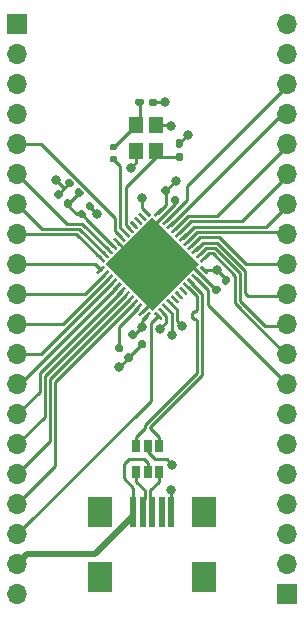
<source format=gbr>
%TF.GenerationSoftware,KiCad,Pcbnew,5.1.9-73d0e3b20d~88~ubuntu20.04.1*%
%TF.CreationDate,2021-04-21T23:40:33-06:00*%
%TF.ProjectId,STM32F411CE,53544d33-3246-4343-9131-43452e6b6963,rev?*%
%TF.SameCoordinates,Original*%
%TF.FileFunction,Copper,L1,Top*%
%TF.FilePolarity,Positive*%
%FSLAX46Y46*%
G04 Gerber Fmt 4.6, Leading zero omitted, Abs format (unit mm)*
G04 Created by KiCad (PCBNEW 5.1.9-73d0e3b20d~88~ubuntu20.04.1) date 2021-04-21 23:40:33*
%MOMM*%
%LPD*%
G01*
G04 APERTURE LIST*
%TA.AperFunction,ComponentPad*%
%ADD10O,1.700000X1.700000*%
%TD*%
%TA.AperFunction,ComponentPad*%
%ADD11R,1.700000X1.700000*%
%TD*%
%TA.AperFunction,SMDPad,CuDef*%
%ADD12R,1.200000X1.400000*%
%TD*%
%TA.AperFunction,SMDPad,CuDef*%
%ADD13C,0.100000*%
%TD*%
%TA.AperFunction,SMDPad,CuDef*%
%ADD14R,0.650000X1.060000*%
%TD*%
%TA.AperFunction,SMDPad,CuDef*%
%ADD15R,0.500000X2.500000*%
%TD*%
%TA.AperFunction,SMDPad,CuDef*%
%ADD16R,2.000000X2.500000*%
%TD*%
%TA.AperFunction,ViaPad*%
%ADD17C,0.800000*%
%TD*%
%TA.AperFunction,Conductor*%
%ADD18C,0.250000*%
%TD*%
%TA.AperFunction,Conductor*%
%ADD19C,0.261112*%
%TD*%
%TA.AperFunction,Conductor*%
%ADD20C,0.500000*%
%TD*%
G04 APERTURE END LIST*
D10*
%TO.P,J3,20*%
%TO.N,GND*%
X36626800Y-13766800D03*
%TO.P,J3,19*%
X36626800Y-16306800D03*
%TO.P,J3,18*%
%TO.N,PB9*%
X36626800Y-18846800D03*
%TO.P,J3,17*%
%TO.N,PB8*%
X36626800Y-21386800D03*
%TO.P,J3,16*%
%TO.N,BOOT0*%
X36626800Y-23926800D03*
%TO.P,J3,15*%
%TO.N,PB7*%
X36626800Y-26466800D03*
%TO.P,J3,14*%
%TO.N,PB6*%
X36626800Y-29006800D03*
%TO.P,J3,13*%
%TO.N,PB5*%
X36626800Y-31546800D03*
%TO.P,J3,12*%
%TO.N,PB4*%
X36626800Y-34086800D03*
%TO.P,J3,11*%
%TO.N,SWO*%
X36626800Y-36626800D03*
%TO.P,J3,10*%
%TO.N,PA15*%
X36626800Y-39166800D03*
%TO.P,J3,9*%
%TO.N,SWDCLK*%
X36626800Y-41706800D03*
%TO.P,J3,8*%
%TO.N,SWDIO*%
X36626800Y-44246800D03*
%TO.P,J3,7*%
%TO.N,N/C*%
X36626800Y-46786800D03*
%TO.P,J3,6*%
X36626800Y-49326800D03*
%TO.P,J3,5*%
X36626800Y-51866800D03*
%TO.P,J3,4*%
%TO.N,PB15*%
X36626800Y-54406800D03*
%TO.P,J3,3*%
%TO.N,PB14*%
X36626800Y-56946800D03*
%TO.P,J3,2*%
%TO.N,PB13*%
X36626800Y-59486800D03*
D11*
%TO.P,J3,1*%
%TO.N,GND*%
X36626800Y-62026800D03*
%TD*%
D10*
%TO.P,J2,20*%
%TO.N,GND*%
X13766800Y-62026800D03*
%TO.P,J2,19*%
%TO.N,+5V*%
X13766800Y-59486800D03*
%TO.P,J2,18*%
%TO.N,PB12*%
X13766800Y-56946800D03*
%TO.P,J2,17*%
%TO.N,PB10*%
X13766800Y-54406800D03*
%TO.P,J2,16*%
%TO.N,PB2*%
X13766800Y-51866800D03*
%TO.P,J2,15*%
%TO.N,PB1*%
X13766800Y-49326800D03*
%TO.P,J2,14*%
%TO.N,PBO*%
X13766800Y-46786800D03*
%TO.P,J2,13*%
%TO.N,PA7*%
X13766800Y-44246800D03*
%TO.P,J2,12*%
%TO.N,PA6*%
X13766800Y-41706800D03*
%TO.P,J2,11*%
%TO.N,PA5*%
X13766800Y-39166800D03*
%TO.P,J2,10*%
%TO.N,PA4*%
X13766800Y-36626800D03*
%TO.P,J2,9*%
%TO.N,PA3*%
X13766800Y-34086800D03*
%TO.P,J2,8*%
%TO.N,PA2*%
X13766800Y-31546800D03*
%TO.P,J2,7*%
%TO.N,PA1*%
X13766800Y-29006800D03*
%TO.P,J2,6*%
%TO.N,PA0*%
X13766800Y-26466800D03*
%TO.P,J2,5*%
%TO.N,~RST*%
X13766800Y-23926800D03*
%TO.P,J2,4*%
%TO.N,+3V3*%
X13766800Y-21386800D03*
%TO.P,J2,3*%
%TO.N,N/C*%
X13766800Y-18846800D03*
%TO.P,J2,2*%
X13766800Y-16306800D03*
D11*
%TO.P,J2,1*%
%TO.N,+BATT*%
X13766800Y-13766800D03*
%TD*%
%TO.P,L1,2*%
%TO.N,+3.3VA*%
%TA.AperFunction,SMDPad,CuDef*%
G36*
G01*
X19301673Y-29539875D02*
X19545625Y-29783827D01*
G75*
G02*
X19545625Y-29992423I-104298J-104298D01*
G01*
X19337029Y-30201019D01*
G75*
G02*
X19128433Y-30201019I-104298J104298D01*
G01*
X18884481Y-29957067D01*
G75*
G02*
X18884481Y-29748471I104298J104298D01*
G01*
X19093077Y-29539875D01*
G75*
G02*
X19301673Y-29539875I104298J-104298D01*
G01*
G37*
%TD.AperFunction*%
%TO.P,L1,1*%
%TO.N,+3V3*%
%TA.AperFunction,SMDPad,CuDef*%
G36*
G01*
X19987567Y-28853981D02*
X20231519Y-29097933D01*
G75*
G02*
X20231519Y-29306529I-104298J-104298D01*
G01*
X20022923Y-29515125D01*
G75*
G02*
X19814327Y-29515125I-104298J104298D01*
G01*
X19570375Y-29271173D01*
G75*
G02*
X19570375Y-29062577I104298J104298D01*
G01*
X19778971Y-28853981D01*
G75*
G02*
X19987567Y-28853981I104298J-104298D01*
G01*
G37*
%TD.AperFunction*%
%TD*%
%TO.P,C2,2*%
%TO.N,+3.3VA*%
%TA.AperFunction,SMDPad,CuDef*%
G36*
G01*
X18637319Y-27873522D02*
X18856522Y-27654319D01*
G75*
G02*
X19075726Y-27654319I109602J-109602D01*
G01*
X19376247Y-27954840D01*
G75*
G02*
X19376247Y-28174044I-109602J-109602D01*
G01*
X19157044Y-28393247D01*
G75*
G02*
X18937840Y-28393247I-109602J109602D01*
G01*
X18637319Y-28092726D01*
G75*
G02*
X18637319Y-27873522I109602J109602D01*
G01*
G37*
%TD.AperFunction*%
%TO.P,C2,1*%
%TO.N,GND*%
%TA.AperFunction,SMDPad,CuDef*%
G36*
G01*
X17834753Y-27070956D02*
X18053956Y-26851753D01*
G75*
G02*
X18273160Y-26851753I109602J-109602D01*
G01*
X18573681Y-27152274D01*
G75*
G02*
X18573681Y-27371478I-109602J-109602D01*
G01*
X18354478Y-27590681D01*
G75*
G02*
X18135274Y-27590681I-109602J109602D01*
G01*
X17834753Y-27290160D01*
G75*
G02*
X17834753Y-27070956I109602J109602D01*
G01*
G37*
%TD.AperFunction*%
%TD*%
%TO.P,C1,2*%
%TO.N,+3.3VA*%
%TA.AperFunction,SMDPad,CuDef*%
G36*
G01*
X17679702Y-28820905D02*
X17898905Y-28601702D01*
G75*
G02*
X18118109Y-28601702I109602J-109602D01*
G01*
X18418630Y-28902223D01*
G75*
G02*
X18418630Y-29121427I-109602J-109602D01*
G01*
X18199427Y-29340630D01*
G75*
G02*
X17980223Y-29340630I-109602J109602D01*
G01*
X17679702Y-29040109D01*
G75*
G02*
X17679702Y-28820905I109602J109602D01*
G01*
G37*
%TD.AperFunction*%
%TO.P,C1,1*%
%TO.N,GND*%
%TA.AperFunction,SMDPad,CuDef*%
G36*
G01*
X16877136Y-28018339D02*
X17096339Y-27799136D01*
G75*
G02*
X17315543Y-27799136I109602J-109602D01*
G01*
X17616064Y-28099657D01*
G75*
G02*
X17616064Y-28318861I-109602J-109602D01*
G01*
X17396861Y-28538064D01*
G75*
G02*
X17177657Y-28538064I-109602J109602D01*
G01*
X16877136Y-28237543D01*
G75*
G02*
X16877136Y-28018339I109602J109602D01*
G01*
G37*
%TD.AperFunction*%
%TD*%
D12*
%TO.P,Y1,4*%
%TO.N,GND*%
X23838800Y-24518800D03*
%TO.P,Y1,3*%
%TO.N,Net-(C5-Pad2)*%
X23838800Y-22318800D03*
%TO.P,Y1,2*%
%TO.N,GND*%
X25538800Y-22318800D03*
%TO.P,Y1,1*%
%TO.N,OSC_IN*%
X25538800Y-24518800D03*
%TD*%
%TO.P,R7,2*%
%TO.N,Net-(C5-Pad2)*%
%TA.AperFunction,SMDPad,CuDef*%
G36*
G01*
X22079800Y-24448800D02*
X21709800Y-24448800D01*
G75*
G02*
X21574800Y-24313800I0J135000D01*
G01*
X21574800Y-24043800D01*
G75*
G02*
X21709800Y-23908800I135000J0D01*
G01*
X22079800Y-23908800D01*
G75*
G02*
X22214800Y-24043800I0J-135000D01*
G01*
X22214800Y-24313800D01*
G75*
G02*
X22079800Y-24448800I-135000J0D01*
G01*
G37*
%TD.AperFunction*%
%TO.P,R7,1*%
%TO.N,OSC_OUT*%
%TA.AperFunction,SMDPad,CuDef*%
G36*
G01*
X22079800Y-25468800D02*
X21709800Y-25468800D01*
G75*
G02*
X21574800Y-25333800I0J135000D01*
G01*
X21574800Y-25063800D01*
G75*
G02*
X21709800Y-24928800I135000J0D01*
G01*
X22079800Y-24928800D01*
G75*
G02*
X22214800Y-25063800I0J-135000D01*
G01*
X22214800Y-25333800D01*
G75*
G02*
X22079800Y-25468800I-135000J0D01*
G01*
G37*
%TD.AperFunction*%
%TD*%
%TO.P,C9,2*%
%TO.N,GND*%
%TA.AperFunction,SMDPad,CuDef*%
G36*
G01*
X23958619Y-40687822D02*
X24177822Y-40468619D01*
G75*
G02*
X24397026Y-40468619I109602J-109602D01*
G01*
X24697547Y-40769140D01*
G75*
G02*
X24697547Y-40988344I-109602J-109602D01*
G01*
X24478344Y-41207547D01*
G75*
G02*
X24259140Y-41207547I-109602J109602D01*
G01*
X23958619Y-40907026D01*
G75*
G02*
X23958619Y-40687822I109602J109602D01*
G01*
G37*
%TD.AperFunction*%
%TO.P,C9,1*%
%TO.N,+3V3*%
%TA.AperFunction,SMDPad,CuDef*%
G36*
G01*
X23156053Y-39885256D02*
X23375256Y-39666053D01*
G75*
G02*
X23594460Y-39666053I109602J-109602D01*
G01*
X23894981Y-39966574D01*
G75*
G02*
X23894981Y-40185778I-109602J-109602D01*
G01*
X23675778Y-40404981D01*
G75*
G02*
X23456574Y-40404981I-109602J109602D01*
G01*
X23156053Y-40104460D01*
G75*
G02*
X23156053Y-39885256I109602J109602D01*
G01*
G37*
%TD.AperFunction*%
%TD*%
%TO.P,C8,2*%
%TO.N,GND*%
%TA.AperFunction,SMDPad,CuDef*%
G36*
G01*
X30787778Y-35896619D02*
X31006981Y-36115822D01*
G75*
G02*
X31006981Y-36335026I-109602J-109602D01*
G01*
X30706460Y-36635547D01*
G75*
G02*
X30487256Y-36635547I-109602J109602D01*
G01*
X30268053Y-36416344D01*
G75*
G02*
X30268053Y-36197140I109602J109602D01*
G01*
X30568574Y-35896619D01*
G75*
G02*
X30787778Y-35896619I109602J-109602D01*
G01*
G37*
%TD.AperFunction*%
%TO.P,C8,1*%
%TO.N,+3V3*%
%TA.AperFunction,SMDPad,CuDef*%
G36*
G01*
X31590344Y-35094053D02*
X31809547Y-35313256D01*
G75*
G02*
X31809547Y-35532460I-109602J-109602D01*
G01*
X31509026Y-35832981D01*
G75*
G02*
X31289822Y-35832981I-109602J109602D01*
G01*
X31070619Y-35613778D01*
G75*
G02*
X31070619Y-35394574I109602J109602D01*
G01*
X31371140Y-35094053D01*
G75*
G02*
X31590344Y-35094053I109602J-109602D01*
G01*
G37*
%TD.AperFunction*%
%TD*%
%TO.P,C7,2*%
%TO.N,GND*%
%TA.AperFunction,SMDPad,CuDef*%
G36*
G01*
X26752619Y-28495822D02*
X26971822Y-28276619D01*
G75*
G02*
X27191026Y-28276619I109602J-109602D01*
G01*
X27491547Y-28577140D01*
G75*
G02*
X27491547Y-28796344I-109602J-109602D01*
G01*
X27272344Y-29015547D01*
G75*
G02*
X27053140Y-29015547I-109602J109602D01*
G01*
X26752619Y-28715026D01*
G75*
G02*
X26752619Y-28495822I109602J109602D01*
G01*
G37*
%TD.AperFunction*%
%TO.P,C7,1*%
%TO.N,+3V3*%
%TA.AperFunction,SMDPad,CuDef*%
G36*
G01*
X25950053Y-27693256D02*
X26169256Y-27474053D01*
G75*
G02*
X26388460Y-27474053I109602J-109602D01*
G01*
X26688981Y-27774574D01*
G75*
G02*
X26688981Y-27993778I-109602J-109602D01*
G01*
X26469778Y-28212981D01*
G75*
G02*
X26250574Y-28212981I-109602J109602D01*
G01*
X25950053Y-27912460D01*
G75*
G02*
X25950053Y-27693256I109602J109602D01*
G01*
G37*
%TD.AperFunction*%
%TD*%
%TO.P,C5,2*%
%TO.N,Net-(C5-Pad2)*%
%TA.AperFunction,SMDPad,CuDef*%
G36*
G01*
X24488800Y-20215800D02*
X24488800Y-20525800D01*
G75*
G02*
X24333800Y-20680800I-155000J0D01*
G01*
X23908800Y-20680800D01*
G75*
G02*
X23753800Y-20525800I0J155000D01*
G01*
X23753800Y-20215800D01*
G75*
G02*
X23908800Y-20060800I155000J0D01*
G01*
X24333800Y-20060800D01*
G75*
G02*
X24488800Y-20215800I0J-155000D01*
G01*
G37*
%TD.AperFunction*%
%TO.P,C5,1*%
%TO.N,GND*%
%TA.AperFunction,SMDPad,CuDef*%
G36*
G01*
X25623800Y-20215800D02*
X25623800Y-20525800D01*
G75*
G02*
X25468800Y-20680800I-155000J0D01*
G01*
X25043800Y-20680800D01*
G75*
G02*
X24888800Y-20525800I0J155000D01*
G01*
X24888800Y-20215800D01*
G75*
G02*
X25043800Y-20060800I155000J0D01*
G01*
X25468800Y-20060800D01*
G75*
G02*
X25623800Y-20215800I0J-155000D01*
G01*
G37*
%TD.AperFunction*%
%TD*%
%TO.P,C4,2*%
%TO.N,GND*%
%TA.AperFunction,SMDPad,CuDef*%
G36*
G01*
X22815619Y-41830822D02*
X23034822Y-41611619D01*
G75*
G02*
X23254026Y-41611619I109602J-109602D01*
G01*
X23554547Y-41912140D01*
G75*
G02*
X23554547Y-42131344I-109602J-109602D01*
G01*
X23335344Y-42350547D01*
G75*
G02*
X23116140Y-42350547I-109602J109602D01*
G01*
X22815619Y-42050026D01*
G75*
G02*
X22815619Y-41830822I109602J109602D01*
G01*
G37*
%TD.AperFunction*%
%TO.P,C4,1*%
%TO.N,Net-(C4-Pad1)*%
%TA.AperFunction,SMDPad,CuDef*%
G36*
G01*
X22013053Y-41028256D02*
X22232256Y-40809053D01*
G75*
G02*
X22451460Y-40809053I109602J-109602D01*
G01*
X22751981Y-41109574D01*
G75*
G02*
X22751981Y-41328778I-109602J-109602D01*
G01*
X22532778Y-41547981D01*
G75*
G02*
X22313574Y-41547981I-109602J109602D01*
G01*
X22013053Y-41247460D01*
G75*
G02*
X22013053Y-41028256I109602J109602D01*
G01*
G37*
%TD.AperFunction*%
%TD*%
%TO.P,C3,2*%
%TO.N,OSC_IN*%
%TA.AperFunction,SMDPad,CuDef*%
G36*
G01*
X27327800Y-24634800D02*
X27637800Y-24634800D01*
G75*
G02*
X27792800Y-24789800I0J-155000D01*
G01*
X27792800Y-25214800D01*
G75*
G02*
X27637800Y-25369800I-155000J0D01*
G01*
X27327800Y-25369800D01*
G75*
G02*
X27172800Y-25214800I0J155000D01*
G01*
X27172800Y-24789800D01*
G75*
G02*
X27327800Y-24634800I155000J0D01*
G01*
G37*
%TD.AperFunction*%
%TO.P,C3,1*%
%TO.N,GND*%
%TA.AperFunction,SMDPad,CuDef*%
G36*
G01*
X27327800Y-23499800D02*
X27637800Y-23499800D01*
G75*
G02*
X27792800Y-23654800I0J-155000D01*
G01*
X27792800Y-24079800D01*
G75*
G02*
X27637800Y-24234800I-155000J0D01*
G01*
X27327800Y-24234800D01*
G75*
G02*
X27172800Y-24079800I0J155000D01*
G01*
X27172800Y-23654800D01*
G75*
G02*
X27327800Y-23499800I155000J0D01*
G01*
G37*
%TD.AperFunction*%
%TD*%
%TA.AperFunction,SMDPad,CuDef*%
D13*
%TO.P,U3,49*%
%TO.N,GND*%
G36*
X21237002Y-34086800D02*
G01*
X25196800Y-30127002D01*
X29156598Y-34086800D01*
X25196800Y-38046598D01*
X21237002Y-34086800D01*
G37*
%TD.AperFunction*%
%TO.P,U3,48*%
%TO.N,+3V3*%
%TA.AperFunction,SMDPad,CuDef*%
G36*
G01*
X25329383Y-29888354D02*
X25859713Y-29358024D01*
G75*
G02*
X25948101Y-29358024I44194J-44194D01*
G01*
X26036489Y-29446412D01*
G75*
G02*
X26036489Y-29534800I-44194J-44194D01*
G01*
X25506159Y-30065130D01*
G75*
G02*
X25417771Y-30065130I-44194J44194D01*
G01*
X25329383Y-29976742D01*
G75*
G02*
X25329383Y-29888354I44194J44194D01*
G01*
G37*
%TD.AperFunction*%
%TO.P,U3,47*%
%TO.N,GND*%
%TA.AperFunction,SMDPad,CuDef*%
G36*
G01*
X25682936Y-30241907D02*
X26213266Y-29711577D01*
G75*
G02*
X26301654Y-29711577I44194J-44194D01*
G01*
X26390042Y-29799965D01*
G75*
G02*
X26390042Y-29888353I-44194J-44194D01*
G01*
X25859712Y-30418683D01*
G75*
G02*
X25771324Y-30418683I-44194J44194D01*
G01*
X25682936Y-30330295D01*
G75*
G02*
X25682936Y-30241907I44194J44194D01*
G01*
G37*
%TD.AperFunction*%
%TO.P,U3,46*%
%TO.N,PB9*%
%TA.AperFunction,SMDPad,CuDef*%
G36*
G01*
X26036490Y-30595461D02*
X26566820Y-30065131D01*
G75*
G02*
X26655208Y-30065131I44194J-44194D01*
G01*
X26743596Y-30153519D01*
G75*
G02*
X26743596Y-30241907I-44194J-44194D01*
G01*
X26213266Y-30772237D01*
G75*
G02*
X26124878Y-30772237I-44194J44194D01*
G01*
X26036490Y-30683849D01*
G75*
G02*
X26036490Y-30595461I44194J44194D01*
G01*
G37*
%TD.AperFunction*%
%TO.P,U3,45*%
%TO.N,PB8*%
%TA.AperFunction,SMDPad,CuDef*%
G36*
G01*
X26390043Y-30949014D02*
X26920373Y-30418684D01*
G75*
G02*
X27008761Y-30418684I44194J-44194D01*
G01*
X27097149Y-30507072D01*
G75*
G02*
X27097149Y-30595460I-44194J-44194D01*
G01*
X26566819Y-31125790D01*
G75*
G02*
X26478431Y-31125790I-44194J44194D01*
G01*
X26390043Y-31037402D01*
G75*
G02*
X26390043Y-30949014I44194J44194D01*
G01*
G37*
%TD.AperFunction*%
%TO.P,U3,44*%
%TO.N,BOOT0*%
%TA.AperFunction,SMDPad,CuDef*%
G36*
G01*
X26743596Y-31302567D02*
X27273926Y-30772237D01*
G75*
G02*
X27362314Y-30772237I44194J-44194D01*
G01*
X27450702Y-30860625D01*
G75*
G02*
X27450702Y-30949013I-44194J-44194D01*
G01*
X26920372Y-31479343D01*
G75*
G02*
X26831984Y-31479343I-44194J44194D01*
G01*
X26743596Y-31390955D01*
G75*
G02*
X26743596Y-31302567I44194J44194D01*
G01*
G37*
%TD.AperFunction*%
%TO.P,U3,43*%
%TO.N,PB7*%
%TA.AperFunction,SMDPad,CuDef*%
G36*
G01*
X27097150Y-31656121D02*
X27627480Y-31125791D01*
G75*
G02*
X27715868Y-31125791I44194J-44194D01*
G01*
X27804256Y-31214179D01*
G75*
G02*
X27804256Y-31302567I-44194J-44194D01*
G01*
X27273926Y-31832897D01*
G75*
G02*
X27185538Y-31832897I-44194J44194D01*
G01*
X27097150Y-31744509D01*
G75*
G02*
X27097150Y-31656121I44194J44194D01*
G01*
G37*
%TD.AperFunction*%
%TO.P,U3,42*%
%TO.N,PB6*%
%TA.AperFunction,SMDPad,CuDef*%
G36*
G01*
X27450703Y-32009674D02*
X27981033Y-31479344D01*
G75*
G02*
X28069421Y-31479344I44194J-44194D01*
G01*
X28157809Y-31567732D01*
G75*
G02*
X28157809Y-31656120I-44194J-44194D01*
G01*
X27627479Y-32186450D01*
G75*
G02*
X27539091Y-32186450I-44194J44194D01*
G01*
X27450703Y-32098062D01*
G75*
G02*
X27450703Y-32009674I44194J44194D01*
G01*
G37*
%TD.AperFunction*%
%TO.P,U3,41*%
%TO.N,PB5*%
%TA.AperFunction,SMDPad,CuDef*%
G36*
G01*
X27804257Y-32363228D02*
X28334587Y-31832898D01*
G75*
G02*
X28422975Y-31832898I44194J-44194D01*
G01*
X28511363Y-31921286D01*
G75*
G02*
X28511363Y-32009674I-44194J-44194D01*
G01*
X27981033Y-32540004D01*
G75*
G02*
X27892645Y-32540004I-44194J44194D01*
G01*
X27804257Y-32451616D01*
G75*
G02*
X27804257Y-32363228I44194J44194D01*
G01*
G37*
%TD.AperFunction*%
%TO.P,U3,40*%
%TO.N,PB4*%
%TA.AperFunction,SMDPad,CuDef*%
G36*
G01*
X28157810Y-32716781D02*
X28688140Y-32186451D01*
G75*
G02*
X28776528Y-32186451I44194J-44194D01*
G01*
X28864916Y-32274839D01*
G75*
G02*
X28864916Y-32363227I-44194J-44194D01*
G01*
X28334586Y-32893557D01*
G75*
G02*
X28246198Y-32893557I-44194J44194D01*
G01*
X28157810Y-32805169D01*
G75*
G02*
X28157810Y-32716781I44194J44194D01*
G01*
G37*
%TD.AperFunction*%
%TO.P,U3,39*%
%TO.N,SWO*%
%TA.AperFunction,SMDPad,CuDef*%
G36*
G01*
X28511363Y-33070334D02*
X29041693Y-32540004D01*
G75*
G02*
X29130081Y-32540004I44194J-44194D01*
G01*
X29218469Y-32628392D01*
G75*
G02*
X29218469Y-32716780I-44194J-44194D01*
G01*
X28688139Y-33247110D01*
G75*
G02*
X28599751Y-33247110I-44194J44194D01*
G01*
X28511363Y-33158722D01*
G75*
G02*
X28511363Y-33070334I44194J44194D01*
G01*
G37*
%TD.AperFunction*%
%TO.P,U3,38*%
%TO.N,PA15*%
%TA.AperFunction,SMDPad,CuDef*%
G36*
G01*
X28864917Y-33423888D02*
X29395247Y-32893558D01*
G75*
G02*
X29483635Y-32893558I44194J-44194D01*
G01*
X29572023Y-32981946D01*
G75*
G02*
X29572023Y-33070334I-44194J-44194D01*
G01*
X29041693Y-33600664D01*
G75*
G02*
X28953305Y-33600664I-44194J44194D01*
G01*
X28864917Y-33512276D01*
G75*
G02*
X28864917Y-33423888I44194J44194D01*
G01*
G37*
%TD.AperFunction*%
%TO.P,U3,37*%
%TO.N,SWDCLK*%
%TA.AperFunction,SMDPad,CuDef*%
G36*
G01*
X29218470Y-33777441D02*
X29748800Y-33247111D01*
G75*
G02*
X29837188Y-33247111I44194J-44194D01*
G01*
X29925576Y-33335499D01*
G75*
G02*
X29925576Y-33423887I-44194J-44194D01*
G01*
X29395246Y-33954217D01*
G75*
G02*
X29306858Y-33954217I-44194J44194D01*
G01*
X29218470Y-33865829D01*
G75*
G02*
X29218470Y-33777441I44194J44194D01*
G01*
G37*
%TD.AperFunction*%
%TO.P,U3,36*%
%TO.N,+3V3*%
%TA.AperFunction,SMDPad,CuDef*%
G36*
G01*
X29218470Y-34307771D02*
X29306858Y-34219383D01*
G75*
G02*
X29395246Y-34219383I44194J-44194D01*
G01*
X29925576Y-34749713D01*
G75*
G02*
X29925576Y-34838101I-44194J-44194D01*
G01*
X29837188Y-34926489D01*
G75*
G02*
X29748800Y-34926489I-44194J44194D01*
G01*
X29218470Y-34396159D01*
G75*
G02*
X29218470Y-34307771I44194J44194D01*
G01*
G37*
%TD.AperFunction*%
%TO.P,U3,35*%
%TO.N,GND*%
%TA.AperFunction,SMDPad,CuDef*%
G36*
G01*
X28864917Y-34661324D02*
X28953305Y-34572936D01*
G75*
G02*
X29041693Y-34572936I44194J-44194D01*
G01*
X29572023Y-35103266D01*
G75*
G02*
X29572023Y-35191654I-44194J-44194D01*
G01*
X29483635Y-35280042D01*
G75*
G02*
X29395247Y-35280042I-44194J44194D01*
G01*
X28864917Y-34749712D01*
G75*
G02*
X28864917Y-34661324I44194J44194D01*
G01*
G37*
%TD.AperFunction*%
%TO.P,U3,34*%
%TO.N,SWDIO*%
%TA.AperFunction,SMDPad,CuDef*%
G36*
G01*
X28511363Y-35014878D02*
X28599751Y-34926490D01*
G75*
G02*
X28688139Y-34926490I44194J-44194D01*
G01*
X29218469Y-35456820D01*
G75*
G02*
X29218469Y-35545208I-44194J-44194D01*
G01*
X29130081Y-35633596D01*
G75*
G02*
X29041693Y-35633596I-44194J44194D01*
G01*
X28511363Y-35103266D01*
G75*
G02*
X28511363Y-35014878I44194J44194D01*
G01*
G37*
%TD.AperFunction*%
%TO.P,U3,33*%
%TO.N,USB_D+*%
%TA.AperFunction,SMDPad,CuDef*%
G36*
G01*
X28157810Y-35368431D02*
X28246198Y-35280043D01*
G75*
G02*
X28334586Y-35280043I44194J-44194D01*
G01*
X28864916Y-35810373D01*
G75*
G02*
X28864916Y-35898761I-44194J-44194D01*
G01*
X28776528Y-35987149D01*
G75*
G02*
X28688140Y-35987149I-44194J44194D01*
G01*
X28157810Y-35456819D01*
G75*
G02*
X28157810Y-35368431I44194J44194D01*
G01*
G37*
%TD.AperFunction*%
%TO.P,U3,32*%
%TO.N,USB_D-*%
%TA.AperFunction,SMDPad,CuDef*%
G36*
G01*
X27804257Y-35721984D02*
X27892645Y-35633596D01*
G75*
G02*
X27981033Y-35633596I44194J-44194D01*
G01*
X28511363Y-36163926D01*
G75*
G02*
X28511363Y-36252314I-44194J-44194D01*
G01*
X28422975Y-36340702D01*
G75*
G02*
X28334587Y-36340702I-44194J44194D01*
G01*
X27804257Y-35810372D01*
G75*
G02*
X27804257Y-35721984I44194J44194D01*
G01*
G37*
%TD.AperFunction*%
%TO.P,U3,31*%
%TO.N,N/C*%
%TA.AperFunction,SMDPad,CuDef*%
G36*
G01*
X27450703Y-36075538D02*
X27539091Y-35987150D01*
G75*
G02*
X27627479Y-35987150I44194J-44194D01*
G01*
X28157809Y-36517480D01*
G75*
G02*
X28157809Y-36605868I-44194J-44194D01*
G01*
X28069421Y-36694256D01*
G75*
G02*
X27981033Y-36694256I-44194J44194D01*
G01*
X27450703Y-36163926D01*
G75*
G02*
X27450703Y-36075538I44194J44194D01*
G01*
G37*
%TD.AperFunction*%
%TO.P,U3,30*%
%TA.AperFunction,SMDPad,CuDef*%
G36*
G01*
X27097150Y-36429091D02*
X27185538Y-36340703D01*
G75*
G02*
X27273926Y-36340703I44194J-44194D01*
G01*
X27804256Y-36871033D01*
G75*
G02*
X27804256Y-36959421I-44194J-44194D01*
G01*
X27715868Y-37047809D01*
G75*
G02*
X27627480Y-37047809I-44194J44194D01*
G01*
X27097150Y-36517479D01*
G75*
G02*
X27097150Y-36429091I44194J44194D01*
G01*
G37*
%TD.AperFunction*%
%TO.P,U3,29*%
%TA.AperFunction,SMDPad,CuDef*%
G36*
G01*
X26743596Y-36782645D02*
X26831984Y-36694257D01*
G75*
G02*
X26920372Y-36694257I44194J-44194D01*
G01*
X27450702Y-37224587D01*
G75*
G02*
X27450702Y-37312975I-44194J-44194D01*
G01*
X27362314Y-37401363D01*
G75*
G02*
X27273926Y-37401363I-44194J44194D01*
G01*
X26743596Y-36871033D01*
G75*
G02*
X26743596Y-36782645I44194J44194D01*
G01*
G37*
%TD.AperFunction*%
%TO.P,U3,28*%
%TO.N,PB15*%
%TA.AperFunction,SMDPad,CuDef*%
G36*
G01*
X26390043Y-37136198D02*
X26478431Y-37047810D01*
G75*
G02*
X26566819Y-37047810I44194J-44194D01*
G01*
X27097149Y-37578140D01*
G75*
G02*
X27097149Y-37666528I-44194J-44194D01*
G01*
X27008761Y-37754916D01*
G75*
G02*
X26920373Y-37754916I-44194J44194D01*
G01*
X26390043Y-37224586D01*
G75*
G02*
X26390043Y-37136198I44194J44194D01*
G01*
G37*
%TD.AperFunction*%
%TO.P,U3,27*%
%TO.N,PB14*%
%TA.AperFunction,SMDPad,CuDef*%
G36*
G01*
X26036490Y-37489751D02*
X26124878Y-37401363D01*
G75*
G02*
X26213266Y-37401363I44194J-44194D01*
G01*
X26743596Y-37931693D01*
G75*
G02*
X26743596Y-38020081I-44194J-44194D01*
G01*
X26655208Y-38108469D01*
G75*
G02*
X26566820Y-38108469I-44194J44194D01*
G01*
X26036490Y-37578139D01*
G75*
G02*
X26036490Y-37489751I44194J44194D01*
G01*
G37*
%TD.AperFunction*%
%TO.P,U3,26*%
%TO.N,PB13*%
%TA.AperFunction,SMDPad,CuDef*%
G36*
G01*
X25682936Y-37843305D02*
X25771324Y-37754917D01*
G75*
G02*
X25859712Y-37754917I44194J-44194D01*
G01*
X26390042Y-38285247D01*
G75*
G02*
X26390042Y-38373635I-44194J-44194D01*
G01*
X26301654Y-38462023D01*
G75*
G02*
X26213266Y-38462023I-44194J44194D01*
G01*
X25682936Y-37931693D01*
G75*
G02*
X25682936Y-37843305I44194J44194D01*
G01*
G37*
%TD.AperFunction*%
%TO.P,U3,25*%
%TO.N,PB12*%
%TA.AperFunction,SMDPad,CuDef*%
G36*
G01*
X25329383Y-38196858D02*
X25417771Y-38108470D01*
G75*
G02*
X25506159Y-38108470I44194J-44194D01*
G01*
X26036489Y-38638800D01*
G75*
G02*
X26036489Y-38727188I-44194J-44194D01*
G01*
X25948101Y-38815576D01*
G75*
G02*
X25859713Y-38815576I-44194J44194D01*
G01*
X25329383Y-38285246D01*
G75*
G02*
X25329383Y-38196858I44194J44194D01*
G01*
G37*
%TD.AperFunction*%
%TO.P,U3,24*%
%TO.N,+3V3*%
%TA.AperFunction,SMDPad,CuDef*%
G36*
G01*
X24357111Y-38638800D02*
X24887441Y-38108470D01*
G75*
G02*
X24975829Y-38108470I44194J-44194D01*
G01*
X25064217Y-38196858D01*
G75*
G02*
X25064217Y-38285246I-44194J-44194D01*
G01*
X24533887Y-38815576D01*
G75*
G02*
X24445499Y-38815576I-44194J44194D01*
G01*
X24357111Y-38727188D01*
G75*
G02*
X24357111Y-38638800I44194J44194D01*
G01*
G37*
%TD.AperFunction*%
%TO.P,U3,23*%
%TO.N,GND*%
%TA.AperFunction,SMDPad,CuDef*%
G36*
G01*
X24003558Y-38285247D02*
X24533888Y-37754917D01*
G75*
G02*
X24622276Y-37754917I44194J-44194D01*
G01*
X24710664Y-37843305D01*
G75*
G02*
X24710664Y-37931693I-44194J-44194D01*
G01*
X24180334Y-38462023D01*
G75*
G02*
X24091946Y-38462023I-44194J44194D01*
G01*
X24003558Y-38373635D01*
G75*
G02*
X24003558Y-38285247I44194J44194D01*
G01*
G37*
%TD.AperFunction*%
%TO.P,U3,22*%
%TO.N,Net-(C4-Pad1)*%
%TA.AperFunction,SMDPad,CuDef*%
G36*
G01*
X23650004Y-37931693D02*
X24180334Y-37401363D01*
G75*
G02*
X24268722Y-37401363I44194J-44194D01*
G01*
X24357110Y-37489751D01*
G75*
G02*
X24357110Y-37578139I-44194J-44194D01*
G01*
X23826780Y-38108469D01*
G75*
G02*
X23738392Y-38108469I-44194J44194D01*
G01*
X23650004Y-38020081D01*
G75*
G02*
X23650004Y-37931693I44194J44194D01*
G01*
G37*
%TD.AperFunction*%
%TO.P,U3,21*%
%TO.N,PB10*%
%TA.AperFunction,SMDPad,CuDef*%
G36*
G01*
X23296451Y-37578140D02*
X23826781Y-37047810D01*
G75*
G02*
X23915169Y-37047810I44194J-44194D01*
G01*
X24003557Y-37136198D01*
G75*
G02*
X24003557Y-37224586I-44194J-44194D01*
G01*
X23473227Y-37754916D01*
G75*
G02*
X23384839Y-37754916I-44194J44194D01*
G01*
X23296451Y-37666528D01*
G75*
G02*
X23296451Y-37578140I44194J44194D01*
G01*
G37*
%TD.AperFunction*%
%TO.P,U3,20*%
%TO.N,PB2*%
%TA.AperFunction,SMDPad,CuDef*%
G36*
G01*
X22942898Y-37224587D02*
X23473228Y-36694257D01*
G75*
G02*
X23561616Y-36694257I44194J-44194D01*
G01*
X23650004Y-36782645D01*
G75*
G02*
X23650004Y-36871033I-44194J-44194D01*
G01*
X23119674Y-37401363D01*
G75*
G02*
X23031286Y-37401363I-44194J44194D01*
G01*
X22942898Y-37312975D01*
G75*
G02*
X22942898Y-37224587I44194J44194D01*
G01*
G37*
%TD.AperFunction*%
%TO.P,U3,19*%
%TO.N,PB1*%
%TA.AperFunction,SMDPad,CuDef*%
G36*
G01*
X22589344Y-36871033D02*
X23119674Y-36340703D01*
G75*
G02*
X23208062Y-36340703I44194J-44194D01*
G01*
X23296450Y-36429091D01*
G75*
G02*
X23296450Y-36517479I-44194J-44194D01*
G01*
X22766120Y-37047809D01*
G75*
G02*
X22677732Y-37047809I-44194J44194D01*
G01*
X22589344Y-36959421D01*
G75*
G02*
X22589344Y-36871033I44194J44194D01*
G01*
G37*
%TD.AperFunction*%
%TO.P,U3,18*%
%TO.N,PBO*%
%TA.AperFunction,SMDPad,CuDef*%
G36*
G01*
X22235791Y-36517480D02*
X22766121Y-35987150D01*
G75*
G02*
X22854509Y-35987150I44194J-44194D01*
G01*
X22942897Y-36075538D01*
G75*
G02*
X22942897Y-36163926I-44194J-44194D01*
G01*
X22412567Y-36694256D01*
G75*
G02*
X22324179Y-36694256I-44194J44194D01*
G01*
X22235791Y-36605868D01*
G75*
G02*
X22235791Y-36517480I44194J44194D01*
G01*
G37*
%TD.AperFunction*%
%TO.P,U3,17*%
%TO.N,PA7*%
%TA.AperFunction,SMDPad,CuDef*%
G36*
G01*
X21882237Y-36163926D02*
X22412567Y-35633596D01*
G75*
G02*
X22500955Y-35633596I44194J-44194D01*
G01*
X22589343Y-35721984D01*
G75*
G02*
X22589343Y-35810372I-44194J-44194D01*
G01*
X22059013Y-36340702D01*
G75*
G02*
X21970625Y-36340702I-44194J44194D01*
G01*
X21882237Y-36252314D01*
G75*
G02*
X21882237Y-36163926I44194J44194D01*
G01*
G37*
%TD.AperFunction*%
%TO.P,U3,16*%
%TO.N,PA6*%
%TA.AperFunction,SMDPad,CuDef*%
G36*
G01*
X21528684Y-35810373D02*
X22059014Y-35280043D01*
G75*
G02*
X22147402Y-35280043I44194J-44194D01*
G01*
X22235790Y-35368431D01*
G75*
G02*
X22235790Y-35456819I-44194J-44194D01*
G01*
X21705460Y-35987149D01*
G75*
G02*
X21617072Y-35987149I-44194J44194D01*
G01*
X21528684Y-35898761D01*
G75*
G02*
X21528684Y-35810373I44194J44194D01*
G01*
G37*
%TD.AperFunction*%
%TO.P,U3,15*%
%TO.N,PA5*%
%TA.AperFunction,SMDPad,CuDef*%
G36*
G01*
X21175131Y-35456820D02*
X21705461Y-34926490D01*
G75*
G02*
X21793849Y-34926490I44194J-44194D01*
G01*
X21882237Y-35014878D01*
G75*
G02*
X21882237Y-35103266I-44194J-44194D01*
G01*
X21351907Y-35633596D01*
G75*
G02*
X21263519Y-35633596I-44194J44194D01*
G01*
X21175131Y-35545208D01*
G75*
G02*
X21175131Y-35456820I44194J44194D01*
G01*
G37*
%TD.AperFunction*%
%TO.P,U3,14*%
%TO.N,PA4*%
%TA.AperFunction,SMDPad,CuDef*%
G36*
G01*
X20821577Y-35103266D02*
X21351907Y-34572936D01*
G75*
G02*
X21440295Y-34572936I44194J-44194D01*
G01*
X21528683Y-34661324D01*
G75*
G02*
X21528683Y-34749712I-44194J-44194D01*
G01*
X20998353Y-35280042D01*
G75*
G02*
X20909965Y-35280042I-44194J44194D01*
G01*
X20821577Y-35191654D01*
G75*
G02*
X20821577Y-35103266I44194J44194D01*
G01*
G37*
%TD.AperFunction*%
%TO.P,U3,13*%
%TO.N,PA3*%
%TA.AperFunction,SMDPad,CuDef*%
G36*
G01*
X20468024Y-34749713D02*
X20998354Y-34219383D01*
G75*
G02*
X21086742Y-34219383I44194J-44194D01*
G01*
X21175130Y-34307771D01*
G75*
G02*
X21175130Y-34396159I-44194J-44194D01*
G01*
X20644800Y-34926489D01*
G75*
G02*
X20556412Y-34926489I-44194J44194D01*
G01*
X20468024Y-34838101D01*
G75*
G02*
X20468024Y-34749713I44194J44194D01*
G01*
G37*
%TD.AperFunction*%
%TO.P,U3,12*%
%TO.N,PA2*%
%TA.AperFunction,SMDPad,CuDef*%
G36*
G01*
X20468024Y-33335499D02*
X20556412Y-33247111D01*
G75*
G02*
X20644800Y-33247111I44194J-44194D01*
G01*
X21175130Y-33777441D01*
G75*
G02*
X21175130Y-33865829I-44194J-44194D01*
G01*
X21086742Y-33954217D01*
G75*
G02*
X20998354Y-33954217I-44194J44194D01*
G01*
X20468024Y-33423887D01*
G75*
G02*
X20468024Y-33335499I44194J44194D01*
G01*
G37*
%TD.AperFunction*%
%TO.P,U3,11*%
%TO.N,PA1*%
%TA.AperFunction,SMDPad,CuDef*%
G36*
G01*
X20821577Y-32981946D02*
X20909965Y-32893558D01*
G75*
G02*
X20998353Y-32893558I44194J-44194D01*
G01*
X21528683Y-33423888D01*
G75*
G02*
X21528683Y-33512276I-44194J-44194D01*
G01*
X21440295Y-33600664D01*
G75*
G02*
X21351907Y-33600664I-44194J44194D01*
G01*
X20821577Y-33070334D01*
G75*
G02*
X20821577Y-32981946I44194J44194D01*
G01*
G37*
%TD.AperFunction*%
%TO.P,U3,10*%
%TO.N,PA0*%
%TA.AperFunction,SMDPad,CuDef*%
G36*
G01*
X21175131Y-32628392D02*
X21263519Y-32540004D01*
G75*
G02*
X21351907Y-32540004I44194J-44194D01*
G01*
X21882237Y-33070334D01*
G75*
G02*
X21882237Y-33158722I-44194J-44194D01*
G01*
X21793849Y-33247110D01*
G75*
G02*
X21705461Y-33247110I-44194J44194D01*
G01*
X21175131Y-32716780D01*
G75*
G02*
X21175131Y-32628392I44194J44194D01*
G01*
G37*
%TD.AperFunction*%
%TO.P,U3,9*%
%TO.N,+3.3VA*%
%TA.AperFunction,SMDPad,CuDef*%
G36*
G01*
X21528684Y-32274839D02*
X21617072Y-32186451D01*
G75*
G02*
X21705460Y-32186451I44194J-44194D01*
G01*
X22235790Y-32716781D01*
G75*
G02*
X22235790Y-32805169I-44194J-44194D01*
G01*
X22147402Y-32893557D01*
G75*
G02*
X22059014Y-32893557I-44194J44194D01*
G01*
X21528684Y-32363227D01*
G75*
G02*
X21528684Y-32274839I44194J44194D01*
G01*
G37*
%TD.AperFunction*%
%TO.P,U3,8*%
%TO.N,GND*%
%TA.AperFunction,SMDPad,CuDef*%
G36*
G01*
X21882237Y-31921286D02*
X21970625Y-31832898D01*
G75*
G02*
X22059013Y-31832898I44194J-44194D01*
G01*
X22589343Y-32363228D01*
G75*
G02*
X22589343Y-32451616I-44194J-44194D01*
G01*
X22500955Y-32540004D01*
G75*
G02*
X22412567Y-32540004I-44194J44194D01*
G01*
X21882237Y-32009674D01*
G75*
G02*
X21882237Y-31921286I44194J44194D01*
G01*
G37*
%TD.AperFunction*%
%TO.P,U3,7*%
%TO.N,~RST*%
%TA.AperFunction,SMDPad,CuDef*%
G36*
G01*
X22235791Y-31567732D02*
X22324179Y-31479344D01*
G75*
G02*
X22412567Y-31479344I44194J-44194D01*
G01*
X22942897Y-32009674D01*
G75*
G02*
X22942897Y-32098062I-44194J-44194D01*
G01*
X22854509Y-32186450D01*
G75*
G02*
X22766121Y-32186450I-44194J44194D01*
G01*
X22235791Y-31656120D01*
G75*
G02*
X22235791Y-31567732I44194J44194D01*
G01*
G37*
%TD.AperFunction*%
%TO.P,U3,6*%
%TO.N,OSC_OUT*%
%TA.AperFunction,SMDPad,CuDef*%
G36*
G01*
X22589344Y-31214179D02*
X22677732Y-31125791D01*
G75*
G02*
X22766120Y-31125791I44194J-44194D01*
G01*
X23296450Y-31656121D01*
G75*
G02*
X23296450Y-31744509I-44194J-44194D01*
G01*
X23208062Y-31832897D01*
G75*
G02*
X23119674Y-31832897I-44194J44194D01*
G01*
X22589344Y-31302567D01*
G75*
G02*
X22589344Y-31214179I44194J44194D01*
G01*
G37*
%TD.AperFunction*%
%TO.P,U3,5*%
%TO.N,OSC_IN*%
%TA.AperFunction,SMDPad,CuDef*%
G36*
G01*
X22942898Y-30860625D02*
X23031286Y-30772237D01*
G75*
G02*
X23119674Y-30772237I44194J-44194D01*
G01*
X23650004Y-31302567D01*
G75*
G02*
X23650004Y-31390955I-44194J-44194D01*
G01*
X23561616Y-31479343D01*
G75*
G02*
X23473228Y-31479343I-44194J44194D01*
G01*
X22942898Y-30949013D01*
G75*
G02*
X22942898Y-30860625I44194J44194D01*
G01*
G37*
%TD.AperFunction*%
%TO.P,U3,4*%
%TO.N,N/C*%
%TA.AperFunction,SMDPad,CuDef*%
G36*
G01*
X23296451Y-30507072D02*
X23384839Y-30418684D01*
G75*
G02*
X23473227Y-30418684I44194J-44194D01*
G01*
X24003557Y-30949014D01*
G75*
G02*
X24003557Y-31037402I-44194J-44194D01*
G01*
X23915169Y-31125790D01*
G75*
G02*
X23826781Y-31125790I-44194J44194D01*
G01*
X23296451Y-30595460D01*
G75*
G02*
X23296451Y-30507072I44194J44194D01*
G01*
G37*
%TD.AperFunction*%
%TO.P,U3,3*%
%TA.AperFunction,SMDPad,CuDef*%
G36*
G01*
X23650004Y-30153519D02*
X23738392Y-30065131D01*
G75*
G02*
X23826780Y-30065131I44194J-44194D01*
G01*
X24357110Y-30595461D01*
G75*
G02*
X24357110Y-30683849I-44194J-44194D01*
G01*
X24268722Y-30772237D01*
G75*
G02*
X24180334Y-30772237I-44194J44194D01*
G01*
X23650004Y-30241907D01*
G75*
G02*
X23650004Y-30153519I44194J44194D01*
G01*
G37*
%TD.AperFunction*%
%TO.P,U3,2*%
%TA.AperFunction,SMDPad,CuDef*%
G36*
G01*
X24003558Y-29799965D02*
X24091946Y-29711577D01*
G75*
G02*
X24180334Y-29711577I44194J-44194D01*
G01*
X24710664Y-30241907D01*
G75*
G02*
X24710664Y-30330295I-44194J-44194D01*
G01*
X24622276Y-30418683D01*
G75*
G02*
X24533888Y-30418683I-44194J44194D01*
G01*
X24003558Y-29888353D01*
G75*
G02*
X24003558Y-29799965I44194J44194D01*
G01*
G37*
%TD.AperFunction*%
%TO.P,U3,1*%
%TO.N,+BATT*%
%TA.AperFunction,SMDPad,CuDef*%
G36*
G01*
X24357111Y-29446412D02*
X24445499Y-29358024D01*
G75*
G02*
X24533887Y-29358024I44194J-44194D01*
G01*
X25064217Y-29888354D01*
G75*
G02*
X25064217Y-29976742I-44194J-44194D01*
G01*
X24975829Y-30065130D01*
G75*
G02*
X24887441Y-30065130I-44194J44194D01*
G01*
X24357111Y-29534800D01*
G75*
G02*
X24357111Y-29446412I44194J44194D01*
G01*
G37*
%TD.AperFunction*%
%TD*%
D14*
%TO.P,U2,5*%
%TO.N,+5V*%
X24796800Y-51696800D03*
%TO.P,U2,6*%
%TO.N,USB_CONN_D+*%
X25746800Y-51696800D03*
%TO.P,U2,4*%
%TO.N,USB_CONN_D-*%
X23846800Y-51696800D03*
%TO.P,U2,3*%
%TO.N,USB_D-*%
X23846800Y-49496800D03*
%TO.P,U2,2*%
%TO.N,GND*%
X24796800Y-49496800D03*
%TO.P,U2,1*%
%TO.N,USB_D+*%
X25746800Y-49496800D03*
%TD*%
D15*
%TO.P,J1,5*%
%TO.N,GND*%
X26796800Y-55108800D03*
%TO.P,J1,4*%
%TO.N,N/C*%
X25996800Y-55108800D03*
%TO.P,J1,3*%
%TO.N,USB_CONN_D+*%
X25196800Y-55108800D03*
%TO.P,J1,2*%
%TO.N,USB_CONN_D-*%
X24396800Y-55108800D03*
%TO.P,J1,1*%
%TO.N,+5V*%
X23596800Y-55108800D03*
D16*
%TO.P,J1,6*%
%TO.N,Net-(J1-Pad6)*%
X29596800Y-55108800D03*
X20796800Y-55108800D03*
X29596800Y-60608800D03*
X20796800Y-60608800D03*
%TD*%
D17*
%TO.N,GND*%
X24130000Y-32512000D03*
X26416000Y-32512000D03*
X26416000Y-35560000D03*
X24130000Y-35560000D03*
X22402800Y-42773600D03*
X17018000Y-26924000D03*
X26797000Y-22352000D03*
X23368000Y-25908000D03*
X28194000Y-23114000D03*
X26289000Y-20320000D03*
X26797000Y-53213000D03*
X26900000Y-51100000D03*
%TO.N,+3V3*%
X27178000Y-27051000D03*
X30657800Y-34594800D03*
X24307800Y-39420800D03*
X20535900Y-29806900D03*
%TO.N,+BATT*%
X24307800Y-28498800D03*
%TO.N,PB14*%
X26847800Y-40055800D03*
%TO.N,PB13*%
X25831800Y-39547800D03*
%TO.N,PB15*%
X27736800Y-39293800D03*
%TD*%
D18*
%TO.N,GND*%
X30558064Y-36266083D02*
X30637517Y-36266083D01*
X29218470Y-34926489D02*
X30558064Y-36266083D01*
X27122083Y-28979536D02*
X26036489Y-30065130D01*
X27122083Y-28646083D02*
X27122083Y-28979536D01*
X24136139Y-34086800D02*
X25196800Y-34086800D01*
X22235790Y-32186451D02*
X24136139Y-34086800D01*
X25196800Y-30904819D02*
X26036489Y-30065130D01*
X25196800Y-34086800D02*
X25196800Y-30904819D01*
X28378781Y-34086800D02*
X25196800Y-34086800D01*
X29218470Y-34926489D02*
X28378781Y-34086800D01*
X23185083Y-41981083D02*
X24328083Y-40838083D01*
X23185083Y-41991317D02*
X22402800Y-42773600D01*
X23185083Y-41981083D02*
X23185083Y-41991317D01*
X17246600Y-28168600D02*
X17256834Y-28168600D01*
X17759717Y-27665717D02*
X17018000Y-26924000D01*
X17256834Y-28168600D02*
X17759717Y-27665717D01*
X17759717Y-27665717D02*
X18204217Y-27221217D01*
X25196800Y-37268781D02*
X25196800Y-34086800D01*
X24357111Y-38108470D02*
X25196800Y-37268781D01*
X23838800Y-25437200D02*
X23368000Y-25908000D01*
X23838800Y-24518800D02*
X23838800Y-25437200D01*
X26763800Y-22318800D02*
X26797000Y-22352000D01*
X25538800Y-22318800D02*
X26763800Y-22318800D01*
X27482800Y-23825200D02*
X28194000Y-23114000D01*
X27482800Y-23867300D02*
X27482800Y-23825200D01*
X26238200Y-20370800D02*
X26289000Y-20320000D01*
X25256300Y-20370800D02*
X26238200Y-20370800D01*
X26796800Y-53213200D02*
X26797000Y-53213000D01*
X26796800Y-55108800D02*
X26796800Y-53213200D01*
X24796800Y-49986802D02*
X25409998Y-50600000D01*
X24796800Y-49496800D02*
X24796800Y-49986802D01*
X26400000Y-50600000D02*
X26900000Y-51100000D01*
X25409998Y-50600000D02*
X26400000Y-50600000D01*
%TO.N,+3V3*%
X26319517Y-29074996D02*
X25682936Y-29711577D01*
X26319517Y-27843517D02*
X26319517Y-29074996D01*
X23693083Y-40035517D02*
X24307800Y-39420800D01*
X23525517Y-40035517D02*
X23693083Y-40035517D01*
X24307800Y-38864887D02*
X24710664Y-38462023D01*
X24307800Y-39420800D02*
X24307800Y-38864887D01*
X31440083Y-35377083D02*
X30657800Y-34594800D01*
X31440083Y-35463517D02*
X31440083Y-35377083D01*
X29593887Y-34594800D02*
X29572023Y-34572936D01*
X30657800Y-34594800D02*
X29593887Y-34594800D01*
X19875500Y-29146500D02*
X20535900Y-29806900D01*
X26385483Y-27843517D02*
X27178000Y-27051000D01*
X26319517Y-27843517D02*
X26385483Y-27843517D01*
%TO.N,OSC_IN*%
X25538800Y-24618800D02*
X25538800Y-24518800D01*
X23296451Y-31125790D02*
X22953135Y-30782474D01*
X26022300Y-25002300D02*
X25538800Y-24518800D01*
X27482800Y-25002300D02*
X26022300Y-25002300D01*
X22953135Y-30776335D02*
X22953135Y-28735865D01*
X23296451Y-31119651D02*
X22953135Y-30776335D01*
X23296451Y-31125790D02*
X23296451Y-31119651D01*
X22953135Y-28735865D02*
X22961600Y-28727400D01*
X25538800Y-24975302D02*
X25538800Y-24518800D01*
X22961600Y-27552502D02*
X25538800Y-24975302D01*
X22961600Y-28727400D02*
X22961600Y-27552502D01*
%TO.N,Net-(C4-Pad1)*%
X22382517Y-39375956D02*
X24003557Y-37754916D01*
X22382517Y-41178517D02*
X22382517Y-39375956D01*
%TO.N,Net-(C5-Pad2)*%
X21978800Y-24178800D02*
X23838800Y-22318800D01*
X21894800Y-24178800D02*
X21978800Y-24178800D01*
X24121300Y-22036300D02*
X23838800Y-22318800D01*
X24121300Y-20370800D02*
X24121300Y-22036300D01*
D19*
%TO.N,USB_CONN_D+*%
X25746800Y-52491801D02*
X25746800Y-51696800D01*
X25028956Y-53209645D02*
X25746800Y-52491801D01*
X25028956Y-53940956D02*
X25028956Y-53209645D01*
X25196800Y-54108800D02*
X25028956Y-53940956D01*
X25196800Y-55108800D02*
X25196800Y-54108800D01*
%TO.N,USB_CONN_D-*%
X23846800Y-52491801D02*
X23846800Y-51696800D01*
X24564644Y-53209645D02*
X23846800Y-52491801D01*
X24564644Y-53940956D02*
X24564644Y-53209645D01*
X24396800Y-54108800D02*
X24564644Y-53940956D01*
X24396800Y-55108800D02*
X24396800Y-54108800D01*
D18*
%TO.N,+5V*%
X23596800Y-55108800D02*
X23596800Y-55403200D01*
D20*
X23596800Y-55368802D02*
X23596800Y-55108800D01*
X20328801Y-58636801D02*
X23596800Y-55368802D01*
X14616799Y-58636801D02*
X20328801Y-58636801D01*
X13766800Y-59486800D02*
X14616799Y-58636801D01*
D18*
X23596800Y-52996800D02*
X23596800Y-55108800D01*
X22800000Y-52200000D02*
X23596800Y-52996800D01*
X22800000Y-51000000D02*
X22800000Y-52200000D01*
X23200000Y-50600000D02*
X22800000Y-51000000D01*
X24480000Y-50600000D02*
X23200000Y-50600000D01*
X24796800Y-50916800D02*
X24480000Y-50600000D01*
X24796800Y-51696800D02*
X24796800Y-50916800D01*
%TO.N,PB1*%
X16100185Y-46993415D02*
X13766800Y-49326800D01*
X16100185Y-43539015D02*
X16100185Y-46993415D01*
X22942897Y-36696303D02*
X16100185Y-43539015D01*
X22942897Y-36694256D02*
X22942897Y-36696303D01*
%TO.N,PBO*%
X13766800Y-46786800D02*
X15650175Y-44903425D01*
X15650175Y-43279872D02*
X22589344Y-36340703D01*
X15650175Y-44903425D02*
X15650175Y-43279872D01*
%TO.N,PA6*%
X15809033Y-41706800D02*
X21882237Y-35633596D01*
X13766800Y-41706800D02*
X15809033Y-41706800D01*
%TO.N,PA3*%
X20335441Y-34086800D02*
X20821577Y-34572936D01*
X13766800Y-34086800D02*
X20335441Y-34086800D01*
%TO.N,PA2*%
X18767713Y-31546800D02*
X20821577Y-33600664D01*
X13766800Y-31546800D02*
X18767713Y-31546800D01*
%TO.N,PA1*%
X19024809Y-31096790D02*
X21175130Y-33247111D01*
X15856790Y-31096790D02*
X19024809Y-31096790D01*
X13766800Y-29006800D02*
X15856790Y-31096790D01*
%TO.N,+BATT*%
X24307800Y-29308713D02*
X24710664Y-29711577D01*
X24307800Y-28498800D02*
X24307800Y-29308713D01*
%TO.N,PB9*%
X28168600Y-28640127D02*
X26390043Y-30418684D01*
X28168600Y-27432000D02*
X28168600Y-28640127D01*
X36626800Y-18973800D02*
X28168600Y-27432000D01*
%TO.N,PB8*%
X36002033Y-21513800D02*
X26743596Y-30772237D01*
X36626800Y-21513800D02*
X36002033Y-21513800D01*
%TO.N,PB7*%
X36626800Y-26593800D02*
X32760960Y-30459640D01*
X28470407Y-30459640D02*
X27450703Y-31479344D01*
X32760960Y-30459640D02*
X28470407Y-30459640D01*
%TO.N,PB6*%
X36626800Y-29133800D02*
X34850950Y-30909650D01*
X28727503Y-30909650D02*
X27804256Y-31832897D01*
X34850950Y-30909650D02*
X28727503Y-30909650D01*
%TO.N,PB5*%
X36439660Y-31359660D02*
X36626800Y-31546800D01*
X28984601Y-31359660D02*
X36439660Y-31359660D01*
X28157810Y-32186451D02*
X28984601Y-31359660D01*
%TO.N,PA15*%
X34723210Y-39293800D02*
X36626800Y-39293800D01*
X32629964Y-34857552D02*
X32629965Y-37200555D01*
X30482103Y-32709691D02*
X32629964Y-34857552D01*
X32629965Y-37200555D02*
X34723210Y-39293800D01*
X29755891Y-32709690D02*
X30482103Y-32709691D01*
X29218470Y-33247111D02*
X29755891Y-32709690D01*
%TO.N,PB14*%
X26847800Y-38212673D02*
X26847800Y-40055800D01*
X26390043Y-37754916D02*
X26847800Y-38212673D01*
%TO.N,PB13*%
X26379805Y-38999795D02*
X25831800Y-39547800D01*
X26379805Y-38451786D02*
X26379805Y-38999795D01*
X26036489Y-38108470D02*
X26379805Y-38451786D01*
%TO.N,PB10*%
X17000205Y-44051162D02*
X23650004Y-37401363D01*
X17000205Y-51173395D02*
X17000205Y-44051162D01*
X13766800Y-54406800D02*
X17000205Y-51173395D01*
%TO.N,OSC_OUT*%
X22503125Y-31039572D02*
X22942897Y-31479344D01*
X22503125Y-25807125D02*
X22503125Y-31039572D01*
X21894800Y-25198800D02*
X22503125Y-25807125D01*
D19*
%TO.N,USB_D-*%
X23846800Y-48701799D02*
X23846800Y-49496800D01*
X24564644Y-47983955D02*
X23846800Y-48701799D01*
X24564644Y-47707036D02*
X24564644Y-47983955D01*
X28967844Y-43303836D02*
X24564644Y-47707036D01*
X28967844Y-38919676D02*
X28967844Y-43303836D01*
X28643905Y-38116132D02*
X28601070Y-38143047D01*
X28538383Y-38221654D02*
X28521675Y-38269404D01*
X28839949Y-38071387D02*
X28792199Y-38088095D01*
X28882784Y-38044472D02*
X28839949Y-38071387D01*
X28945471Y-37965865D02*
X28918556Y-38008700D01*
X28601070Y-38644472D02*
X28643905Y-38671387D01*
X28691655Y-38688095D02*
X28792199Y-38699424D01*
X28962179Y-37918115D02*
X28945471Y-37965865D01*
X28521675Y-38269404D02*
X28516011Y-38319676D01*
X28691655Y-38099424D02*
X28643905Y-38116132D01*
X28967844Y-37867844D02*
X28962179Y-37918115D01*
X28565298Y-38178819D02*
X28538383Y-38221654D01*
X28183044Y-35987149D02*
X28967844Y-36771949D01*
X28601070Y-38143047D02*
X28565298Y-38178819D01*
X28516011Y-38467844D02*
X28521675Y-38518115D01*
X28157810Y-35987149D02*
X28183044Y-35987149D01*
X28516011Y-38319676D02*
X28516011Y-38467844D01*
X28967844Y-36771949D02*
X28967844Y-37867844D01*
X28538383Y-38565865D02*
X28565298Y-38608700D01*
X28565298Y-38608700D02*
X28601070Y-38644472D01*
X28643905Y-38671387D02*
X28691655Y-38688095D01*
X28792199Y-38088095D02*
X28691655Y-38099424D01*
X28792199Y-38699424D02*
X28839949Y-38716132D01*
X28839949Y-38716132D02*
X28882784Y-38743047D01*
X28882784Y-38743047D02*
X28918556Y-38778819D01*
X28962179Y-38869404D02*
X28967844Y-38919676D01*
X28918556Y-38008700D02*
X28882784Y-38044472D01*
X28521675Y-38518115D02*
X28538383Y-38565865D01*
X28918556Y-38778819D02*
X28945471Y-38821654D01*
X28945471Y-38821654D02*
X28962179Y-38869404D01*
%TO.N,USB_D+*%
X25746800Y-49496800D02*
X25746800Y-48701799D01*
X25746800Y-48701799D02*
X25028956Y-47983955D01*
X25028956Y-47983955D02*
X25028956Y-47899364D01*
X25028956Y-47899364D02*
X29432156Y-43496164D01*
X28511363Y-35658830D02*
X28511363Y-35633596D01*
X29432156Y-43496164D02*
X29432156Y-36579623D01*
X29432156Y-36579623D02*
X28511363Y-35658830D01*
D18*
%TO.N,PB15*%
X27736800Y-39293800D02*
X27297810Y-38854810D01*
X27297810Y-37955577D02*
X26743596Y-37401363D01*
X27297810Y-38854810D02*
X27297810Y-37955577D01*
%TO.N,PB12*%
X25067955Y-39077004D02*
X25682936Y-38462023D01*
X25067955Y-45645645D02*
X25067955Y-39077004D01*
X13766800Y-56946800D02*
X25067955Y-45645645D01*
%TO.N,+3.3VA*%
X17990783Y-29039783D02*
X19006783Y-28023783D01*
X18783394Y-29832394D02*
X17990783Y-29039783D01*
X19189606Y-29832394D02*
X18783394Y-29832394D01*
X21882237Y-32525025D02*
X21882237Y-32540004D01*
X19685000Y-30340394D02*
X19215053Y-29870447D01*
X19697606Y-30355373D02*
X21882237Y-32540004D01*
%TO.N,BOOT0*%
X36626800Y-24053800D02*
X30670970Y-30009630D01*
X28213309Y-30009630D02*
X27097149Y-31125790D01*
X30670970Y-30009630D02*
X28213309Y-30009630D01*
%TO.N,SWO*%
X33274000Y-36753800D02*
X36626800Y-36753800D01*
X33079973Y-36559773D02*
X33274000Y-36753800D01*
X33079973Y-34671151D02*
X33079973Y-36559773D01*
X30668504Y-32259682D02*
X33079973Y-34671151D01*
X30488426Y-32259680D02*
X30668504Y-32259682D01*
X29498793Y-32259680D02*
X30488426Y-32259680D01*
X28864916Y-32893557D02*
X29498793Y-32259680D01*
%TO.N,SWDCLK*%
X32179955Y-37386955D02*
X36626800Y-41833800D01*
X30295702Y-33159700D02*
X32179955Y-35043953D01*
X30012987Y-33159700D02*
X30295702Y-33159700D01*
X32179955Y-35043953D02*
X32179955Y-37386955D01*
X29572023Y-33600664D02*
X30012987Y-33159700D01*
%TO.N,SWDIO*%
X29897645Y-36312772D02*
X28864916Y-35280043D01*
X29897645Y-37517645D02*
X29897645Y-36312772D01*
X36626800Y-44246800D02*
X29897645Y-37517645D01*
%TO.N,~RST*%
X22053115Y-30172073D02*
X15807842Y-23926800D01*
X15807842Y-23926800D02*
X13766800Y-23926800D01*
X22053115Y-31296668D02*
X22053115Y-30172073D01*
X22589344Y-31832897D02*
X22053115Y-31296668D01*
%TO.N,PB2*%
X13766800Y-51866800D02*
X16550195Y-49083405D01*
X16550195Y-43794066D02*
X23296451Y-37047810D01*
X16550195Y-49083405D02*
X16550195Y-43794066D01*
%TO.N,PA7*%
X13976139Y-44246800D02*
X22235790Y-35987149D01*
X13766800Y-44246800D02*
X13976139Y-44246800D01*
%TO.N,PA5*%
X17641927Y-39166800D02*
X21528684Y-35280043D01*
X13766800Y-39166800D02*
X17641927Y-39166800D01*
%TO.N,PA4*%
X19474819Y-36626800D02*
X21175130Y-34926489D01*
X13766800Y-36626800D02*
X19474819Y-36626800D01*
%TO.N,PA0*%
X17946780Y-30646780D02*
X13766800Y-26466800D01*
X19281907Y-30646780D02*
X17946780Y-30646780D01*
X21528684Y-32893557D02*
X19281907Y-30646780D01*
%TO.N,PB4*%
X30854902Y-31809670D02*
X29241697Y-31809670D01*
X33132032Y-34086800D02*
X30854902Y-31809670D01*
X29241697Y-31809670D02*
X28511363Y-32540004D01*
X36626800Y-34086800D02*
X33132032Y-34086800D01*
%TD*%
M02*

</source>
